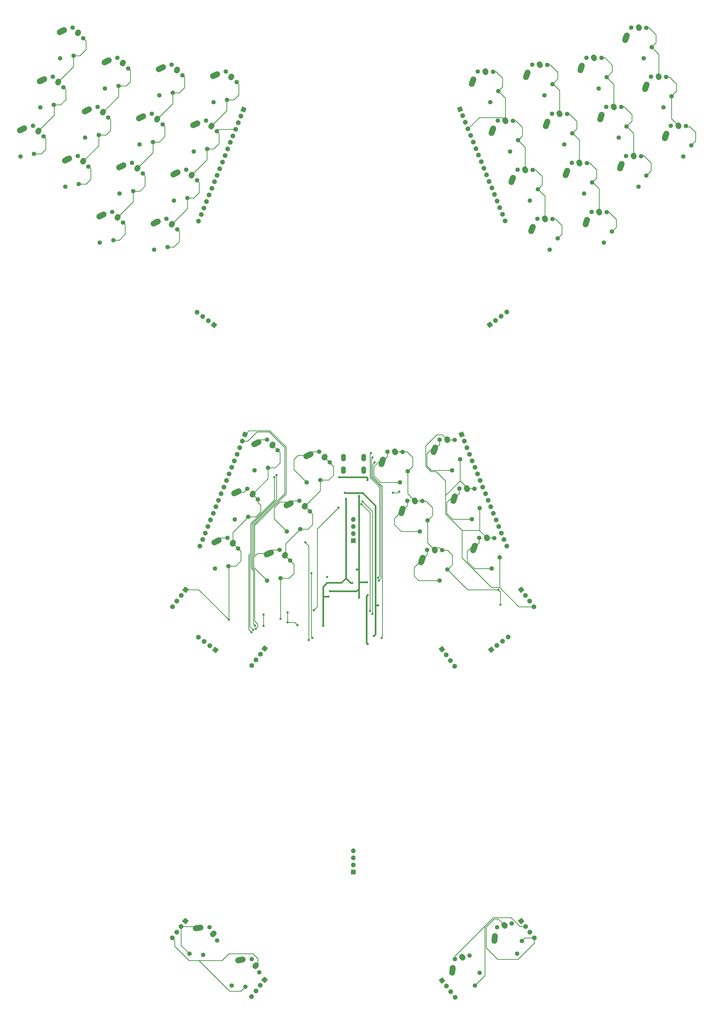
<source format=gbr>
G04 #@! TF.GenerationSoftware,KiCad,Pcbnew,(5.1.4)-1*
G04 #@! TF.CreationDate,2022-01-29T22:37:00-05:00*
G04 #@! TF.ProjectId,ThumbsUpUnsplit,5468756d-6273-4557-9055-6e73706c6974,rev?*
G04 #@! TF.SameCoordinates,Original*
G04 #@! TF.FileFunction,Copper,L1,Top*
G04 #@! TF.FilePolarity,Positive*
%FSLAX46Y46*%
G04 Gerber Fmt 4.6, Leading zero omitted, Abs format (unit mm)*
G04 Created by KiCad (PCBNEW (5.1.4)-1) date 2022-01-29 22:37:00*
%MOMM*%
%LPD*%
G04 APERTURE LIST*
%ADD10C,1.600000*%
%ADD11C,2.100000*%
%ADD12C,2.100000*%
%ADD13C,2.000000*%
%ADD14C,2.000000*%
%ADD15C,1.700000*%
%ADD16C,1.700000*%
%ADD17C,0.100000*%
%ADD18O,1.700000X1.700000*%
%ADD19R,1.700000X1.700000*%
%ADD20O,1.700000X2.700000*%
%ADD21C,0.800000*%
%ADD22C,0.600000*%
%ADD23C,0.250000*%
G04 APERTURE END LIST*
D10*
X62503133Y138367804D03*
X57662612Y137465384D03*
D11*
X58216459Y147245025D03*
D12*
X57453136Y146871077D02*
X58979782Y147618973D01*
D13*
X64068233Y146579447D03*
D14*
X63980873Y146399535D02*
X64155593Y146759359D01*
D10*
X65969676Y144678752D03*
X62120431Y148498872D03*
D15*
X16607985Y110522486D03*
D16*
X16607985Y110522486D02*
X16607985Y110522486D01*
D15*
X18136595Y112551021D03*
D16*
X18136595Y112551021D02*
X18136595Y112551021D01*
D15*
X19665205Y114579555D03*
D16*
X19665205Y114579555D02*
X19665205Y114579555D01*
D15*
X21193815Y116608089D03*
D17*
G36*
X20003432Y116440792D02*
G01*
X21026518Y117798472D01*
X22384198Y116775386D01*
X21361112Y115417706D01*
X20003432Y116440792D01*
X20003432Y116440792D01*
G37*
D15*
X146408015Y110522486D03*
D16*
X146408015Y110522486D02*
X146408015Y110522486D01*
D15*
X144879405Y112551021D03*
D16*
X144879405Y112551021D02*
X144879405Y112551021D01*
D15*
X143350795Y114579555D03*
D16*
X143350795Y114579555D02*
X143350795Y114579555D01*
D15*
X141822185Y116608089D03*
D17*
G36*
X141654888Y115417706D02*
G01*
X140631802Y116775386D01*
X141989482Y117798472D01*
X143012568Y116440792D01*
X141654888Y115417706D01*
X141654888Y115417706D01*
G37*
D15*
X45055985Y89440486D03*
D16*
X45055985Y89440486D02*
X45055985Y89440486D01*
D15*
X46584595Y91469021D03*
D16*
X46584595Y91469021D02*
X46584595Y91469021D01*
D15*
X48113205Y93497555D03*
D16*
X48113205Y93497555D02*
X48113205Y93497555D01*
D15*
X49641815Y95526089D03*
D17*
G36*
X48451432Y95358792D02*
G01*
X49474518Y96716472D01*
X50832198Y95693386D01*
X49809112Y94335706D01*
X48451432Y95358792D01*
X48451432Y95358792D01*
G37*
D15*
X44950475Y-29350553D03*
D16*
X44950475Y-29350553D02*
X44950475Y-29350553D01*
D15*
X46514255Y-27349006D03*
D16*
X46514255Y-27349006D02*
X46514255Y-27349006D01*
D15*
X48078035Y-25347458D03*
D16*
X48078035Y-25347458D02*
X48078035Y-25347458D01*
D15*
X49641815Y-23345911D03*
D17*
G36*
X50834936Y-23199414D02*
G01*
X49788312Y-24539032D01*
X48448694Y-23492408D01*
X49495318Y-22152790D01*
X50834936Y-23199414D01*
X50834936Y-23199414D01*
G37*
D15*
X117960015Y89186486D03*
D16*
X117960015Y89186486D02*
X117960015Y89186486D01*
D15*
X116431405Y91215021D03*
D16*
X116431405Y91215021D02*
X116431405Y91215021D01*
D15*
X114902795Y93243555D03*
D16*
X114902795Y93243555D02*
X114902795Y93243555D01*
D15*
X113374185Y95272089D03*
D17*
G36*
X113206888Y94081706D02*
G01*
X112183802Y95439386D01*
X113541482Y96462472D01*
X114564568Y95104792D01*
X113206888Y94081706D01*
X113206888Y94081706D01*
G37*
D15*
X118065525Y-29604553D03*
D16*
X118065525Y-29604553D02*
X118065525Y-29604553D01*
D15*
X116501745Y-27603006D03*
D16*
X116501745Y-27603006D02*
X116501745Y-27603006D01*
D15*
X114937965Y-25601458D03*
D16*
X114937965Y-25601458D02*
X114937965Y-25601458D01*
D15*
X113374185Y-23599911D03*
D17*
G36*
X113520682Y-22406790D02*
G01*
X114567306Y-23746408D01*
X113227688Y-24793032D01*
X112181064Y-23453414D01*
X113520682Y-22406790D01*
X113520682Y-22406790D01*
G37*
D18*
X81534000Y141812000D03*
X81534000Y139272000D03*
X81534000Y136732000D03*
D19*
X81534000Y134192000D03*
D18*
X81534000Y22940000D03*
X81534000Y20400000D03*
X81534000Y17860000D03*
D19*
X81534000Y15320000D03*
D15*
X25410397Y216167830D03*
D16*
X25410397Y216167830D02*
X25410397Y216167830D01*
D15*
X27438932Y214639220D03*
D16*
X27438932Y214639220D02*
X27438932Y214639220D01*
D15*
X29467466Y213110610D03*
D16*
X29467466Y213110610D02*
X29467466Y213110610D01*
D15*
X31496000Y211582000D03*
D17*
G36*
X31328703Y212772383D02*
G01*
X32686383Y211749297D01*
X31663297Y210391617D01*
X30305617Y211414703D01*
X31328703Y212772383D01*
X31328703Y212772383D01*
G37*
D15*
X25918397Y99581830D03*
D16*
X25918397Y99581830D02*
X25918397Y99581830D01*
D15*
X27946932Y98053220D03*
D16*
X27946932Y98053220D02*
X27946932Y98053220D01*
D15*
X29975466Y96524610D03*
D16*
X29975466Y96524610D02*
X29975466Y96524610D01*
D15*
X32004000Y94996000D03*
D17*
G36*
X32171297Y93805617D02*
G01*
X30813617Y94828703D01*
X31836703Y96186383D01*
X33194383Y95163297D01*
X32171297Y93805617D01*
X32171297Y93805617D01*
G37*
D15*
X136619514Y216258015D03*
D16*
X136619514Y216258015D02*
X136619514Y216258015D01*
D15*
X134590979Y214729405D03*
D16*
X134590979Y214729405D02*
X134590979Y214729405D01*
D15*
X132562445Y213200795D03*
D16*
X132562445Y213200795D02*
X132562445Y213200795D01*
D15*
X130533911Y211672185D03*
D17*
G36*
X131724294Y211504888D02*
G01*
X130366614Y210481802D01*
X129343528Y211839482D01*
X130701208Y212862568D01*
X131724294Y211504888D01*
X131724294Y211504888D01*
G37*
D15*
X137127514Y99672015D03*
D16*
X137127514Y99672015D02*
X137127514Y99672015D01*
D15*
X135098979Y98143405D03*
D16*
X135098979Y98143405D02*
X135098979Y98143405D01*
D15*
X133070445Y96614795D03*
D16*
X133070445Y96614795D02*
X133070445Y96614795D01*
D15*
X131041911Y95086185D03*
D17*
G36*
X129851528Y95253482D02*
G01*
X131209208Y96276568D01*
X132232294Y94918888D01*
X130874614Y93895802D01*
X129851528Y95253482D01*
X129851528Y95253482D01*
G37*
D10*
X115326018Y123860545D03*
X112470913Y119848891D03*
D11*
X106075807Y127268510D03*
D12*
X105786484Y126469265D02*
X106365130Y128067755D01*
D13*
X110747570Y130854717D03*
D14*
X110809705Y130664614D02*
X110685435Y131044820D01*
D10*
X113435688Y130808325D03*
X108013094Y130882379D03*
X27581323Y-14390926D03*
X22672176Y-14009778D03*
D11*
X25738308Y-4706716D03*
D12*
X24904209Y-4870360D02*
X26572407Y-4543072D01*
D13*
X31218424Y-6864166D03*
D14*
X31087476Y-7015337D02*
X31349372Y-6712995D01*
D10*
X32563140Y-9192226D03*
X29833775Y-4506015D03*
X42755397Y-25825411D03*
X37846250Y-25444263D03*
D11*
X40912382Y-16141201D03*
D12*
X40078283Y-16304845D02*
X41746481Y-15977557D01*
D13*
X46392498Y-18298651D03*
D14*
X46261550Y-18449822D02*
X46523446Y-18147480D01*
D10*
X47737214Y-20626711D03*
X45007849Y-15940500D03*
X126889278Y-20830347D03*
X125169750Y-25444263D03*
D11*
X117072214Y-19932636D03*
D12*
X116999610Y-20779530D02*
X117144818Y-19085742D01*
D13*
X120656612Y-15259485D03*
D14*
X120765832Y-15427029D02*
X120547392Y-15091941D01*
D10*
X123265141Y-14608561D03*
X118008151Y-15940500D03*
X142063352Y-9395862D03*
X140343824Y-14009778D03*
D11*
X132246288Y-8498151D03*
D12*
X132173684Y-9345045D02*
X132318892Y-7651257D01*
D13*
X135830686Y-3825000D03*
D14*
X135939906Y-3992544D02*
X135721466Y-3657456D01*
D10*
X138439215Y-3174076D03*
X133182225Y-4506015D03*
D15*
X141822185Y-2263911D03*
D17*
G36*
X141968682Y-1070790D02*
G01*
X143015306Y-2410408D01*
X141675688Y-3457032D01*
X140629064Y-2117414D01*
X141968682Y-1070790D01*
X141968682Y-1070790D01*
G37*
D15*
X143385965Y-4265458D03*
D16*
X143385965Y-4265458D02*
X143385965Y-4265458D01*
D15*
X144949745Y-6267006D03*
D16*
X144949745Y-6267006D02*
X144949745Y-6267006D01*
D15*
X146513525Y-8268553D03*
D16*
X146513525Y-8268553D02*
X146513525Y-8268553D01*
D15*
X120415324Y172261397D03*
D17*
G36*
X120885015Y173367919D02*
G01*
X121521846Y171791706D01*
X119945633Y171154875D01*
X119308802Y172731088D01*
X120885015Y173367919D01*
X120885015Y173367919D01*
G37*
D15*
X121366825Y169906350D03*
D16*
X121366825Y169906350D02*
X121366825Y169906350D01*
D15*
X122318325Y167551303D03*
D16*
X122318325Y167551303D02*
X122318325Y167551303D01*
D15*
X123269826Y165196256D03*
D16*
X123269826Y165196256D02*
X123269826Y165196256D01*
D15*
X124221327Y162841209D03*
D16*
X124221327Y162841209D02*
X124221327Y162841209D01*
D15*
X125172828Y160486162D03*
D16*
X125172828Y160486162D02*
X125172828Y160486162D01*
D15*
X126124328Y158131115D03*
D16*
X126124328Y158131115D02*
X126124328Y158131115D01*
D15*
X127075829Y155776068D03*
D16*
X127075829Y155776068D02*
X127075829Y155776068D01*
D15*
X128027330Y153421021D03*
D16*
X128027330Y153421021D02*
X128027330Y153421021D01*
D15*
X128978831Y151065974D03*
D16*
X128978831Y151065974D02*
X128978831Y151065974D01*
D15*
X129930331Y148710927D03*
D16*
X129930331Y148710927D02*
X129930331Y148710927D01*
D15*
X130881832Y146355880D03*
D16*
X130881832Y146355880D02*
X130881832Y146355880D01*
D15*
X131833333Y144000833D03*
D16*
X131833333Y144000833D02*
X131833333Y144000833D01*
D15*
X132784834Y141645786D03*
D16*
X132784834Y141645786D02*
X132784834Y141645786D01*
D15*
X133736334Y139290739D03*
D16*
X133736334Y139290739D02*
X133736334Y139290739D01*
D15*
X134687835Y136935692D03*
D16*
X134687835Y136935692D02*
X134687835Y136935692D01*
D15*
X135639336Y134580645D03*
D16*
X135639336Y134580645D02*
X135639336Y134580645D01*
D15*
X136590837Y132225598D03*
D16*
X136590837Y132225598D02*
X136590837Y132225598D01*
D15*
X42600676Y172261397D03*
D17*
G36*
X43707198Y172731088D02*
G01*
X43070367Y171154875D01*
X41494154Y171791706D01*
X42130985Y173367919D01*
X43707198Y172731088D01*
X43707198Y172731088D01*
G37*
D15*
X41649175Y169906350D03*
D16*
X41649175Y169906350D02*
X41649175Y169906350D01*
D15*
X40697675Y167551303D03*
D16*
X40697675Y167551303D02*
X40697675Y167551303D01*
D15*
X39746174Y165196256D03*
D16*
X39746174Y165196256D02*
X39746174Y165196256D01*
D15*
X38794673Y162841209D03*
D16*
X38794673Y162841209D02*
X38794673Y162841209D01*
D15*
X37843172Y160486162D03*
D16*
X37843172Y160486162D02*
X37843172Y160486162D01*
D15*
X36891672Y158131115D03*
D16*
X36891672Y158131115D02*
X36891672Y158131115D01*
D15*
X35940171Y155776068D03*
D16*
X35940171Y155776068D02*
X35940171Y155776068D01*
D15*
X34988670Y153421021D03*
D16*
X34988670Y153421021D02*
X34988670Y153421021D01*
D15*
X34037169Y151065974D03*
D16*
X34037169Y151065974D02*
X34037169Y151065974D01*
D15*
X33085669Y148710927D03*
D16*
X33085669Y148710927D02*
X33085669Y148710927D01*
D15*
X32134168Y146355880D03*
D16*
X32134168Y146355880D02*
X32134168Y146355880D01*
D15*
X31182667Y144000833D03*
D16*
X31182667Y144000833D02*
X31182667Y144000833D01*
D15*
X30231166Y141645786D03*
D16*
X30231166Y141645786D02*
X30231166Y141645786D01*
D15*
X29279666Y139290739D03*
D16*
X29279666Y139290739D02*
X29279666Y139290739D01*
D15*
X28328165Y136935692D03*
D16*
X28328165Y136935692D02*
X28328165Y136935692D01*
D15*
X27376664Y134580645D03*
D16*
X27376664Y134580645D02*
X27376664Y134580645D01*
D15*
X26425163Y132225598D03*
D16*
X26425163Y132225598D02*
X26425163Y132225598D01*
D15*
X21193815Y-2263911D03*
D17*
G36*
X22386936Y-2117414D02*
G01*
X21340312Y-3457032D01*
X20000694Y-2410408D01*
X21047318Y-1070790D01*
X22386936Y-2117414D01*
X22386936Y-2117414D01*
G37*
D15*
X19630035Y-4265458D03*
D16*
X19630035Y-4265458D02*
X19630035Y-4265458D01*
D15*
X18066255Y-6267006D03*
D16*
X18066255Y-6267006D02*
X18066255Y-6267006D01*
D15*
X16502475Y-8268553D03*
D16*
X16502475Y-8268553D02*
X16502475Y-8268553D01*
D10*
X50880346Y160320271D03*
X46039825Y159417851D03*
D11*
X46593672Y169197492D03*
D12*
X45830349Y168823544D02*
X47356995Y169571440D01*
D13*
X52445446Y168531914D03*
D14*
X52358086Y168352002D02*
X52532806Y168711826D01*
D10*
X54346889Y166631219D03*
X50497644Y170451339D03*
X69620659Y155984298D03*
X64780138Y155081878D03*
D11*
X65333985Y164861519D03*
D12*
X64570662Y164487571D02*
X66097308Y165235467D01*
D13*
X71185759Y164195941D03*
D14*
X71098399Y164016029D02*
X71273119Y164375853D01*
D10*
X73087202Y162295246D03*
X69237957Y166115366D03*
X36645295Y125087285D03*
X31804774Y124184865D03*
D11*
X32358621Y133964506D03*
D12*
X31595298Y133590558D02*
X33121944Y134338454D01*
D13*
X38210395Y133298928D03*
D14*
X38123035Y133119016D02*
X38297755Y133478840D01*
D10*
X40111838Y131398233D03*
X36262593Y135218353D03*
X55385608Y120751311D03*
X50545087Y119848891D03*
D11*
X51098934Y129628532D03*
D12*
X50335611Y129254584D02*
X51862257Y130002480D01*
D13*
X56950708Y128962954D03*
D14*
X56863348Y128783042D02*
X57038068Y129142866D01*
D10*
X58852151Y127062259D03*
X55002906Y130882379D03*
X43762820Y142703778D03*
X38922299Y141801358D03*
D11*
X39476146Y151580999D03*
D12*
X38712823Y151207051D02*
X40239469Y151954947D01*
D13*
X45327920Y150915421D03*
D14*
X45240560Y150735509D02*
X45415280Y151095333D01*
D10*
X47229363Y149014726D03*
X43380118Y152834846D03*
X108208493Y141477038D03*
X105353388Y137465384D03*
D11*
X98958282Y144885003D03*
D12*
X98668959Y144085758D02*
X99247605Y145684248D01*
D13*
X103630045Y148471210D03*
D14*
X103692180Y148281107D02*
X103567910Y148661313D01*
D10*
X106318163Y148424818D03*
X100895569Y148498872D03*
X119831280Y163429505D03*
X116976175Y159417851D03*
D11*
X110581069Y166837470D03*
D12*
X110291746Y166038225D02*
X110870392Y167636715D01*
D13*
X115252832Y170423677D03*
D14*
X115314967Y170233574D02*
X115190697Y170613780D01*
D10*
X117940950Y170377285D03*
X112518356Y170451339D03*
X126918088Y145889041D03*
X124062983Y141877387D03*
D11*
X117667877Y149297006D03*
D12*
X117378554Y148497761D02*
X117957200Y150096251D01*
D13*
X122339640Y152883213D03*
D14*
X122401775Y152693110D02*
X122277505Y153073316D01*
D10*
X125027758Y152836821D03*
X119605164Y152910875D03*
X134066331Y128196519D03*
X131211226Y124184865D03*
D11*
X124816120Y131604484D03*
D12*
X124526797Y130805239D02*
X125105443Y132403729D01*
D13*
X129487883Y135190691D03*
D14*
X129550018Y135000588D02*
X129425748Y135380794D01*
D10*
X132176001Y135144299D03*
X126753407Y135218353D03*
X101090967Y159093532D03*
X98235862Y155081878D03*
D11*
X91840756Y162501497D03*
D12*
X91551433Y161702252D02*
X92130079Y163300742D01*
D13*
X96512519Y166087704D03*
D14*
X96574654Y165897601D02*
X96450384Y166277807D01*
D10*
X99200637Y166041312D03*
X93778043Y166115366D03*
D20*
X77922000Y164012000D03*
X85222000Y164012000D03*
X85222000Y159512000D03*
X77922000Y159512000D03*
D10*
X195587560Y283056006D03*
X201010154Y282981952D03*
D13*
X198322036Y283028344D03*
D14*
X198384171Y282838241D02*
X198259901Y283218447D01*
D11*
X193650273Y279442137D03*
D12*
X193360950Y278642892D02*
X193939596Y280241382D01*
D10*
X200045379Y272022518D03*
X202900484Y276034172D03*
X188470035Y300672499D03*
X193892629Y300598445D03*
D13*
X191204511Y300644837D03*
D14*
X191266646Y300454734D02*
X191142376Y300834940D01*
D11*
X186532748Y297058630D03*
D12*
X186243425Y296259385D02*
X186822071Y297857875D01*
D10*
X192927854Y289639011D03*
X195782959Y293650665D03*
X181352509Y318288992D03*
X186775103Y318214938D03*
D13*
X184086985Y318261330D03*
D14*
X184149120Y318071227D02*
X184024850Y318451433D01*
D11*
X179415222Y314675123D03*
D12*
X179125899Y313875878D02*
X179704545Y315474368D01*
D10*
X185810328Y307255504D03*
X188665433Y311267158D03*
X179469493Y272229745D03*
X184892087Y272155691D03*
D13*
X182203969Y272202083D03*
D14*
X182266104Y272011980D02*
X182141834Y272392186D01*
D11*
X177532206Y268615876D03*
D12*
X177242883Y267816631D02*
X177821529Y269415121D01*
D10*
X183927312Y261196257D03*
X186782417Y265207911D03*
X172351968Y289846238D03*
X177774562Y289772184D03*
D13*
X175086444Y289818576D03*
D14*
X175148579Y289628473D02*
X175024309Y290008679D01*
D11*
X170414681Y286232369D03*
D12*
X170125358Y285433124D02*
X170704004Y287031614D01*
D10*
X176809787Y278812750D03*
X179664892Y282824404D03*
X165234443Y307462731D03*
X170657037Y307388677D03*
D13*
X167968919Y307435069D03*
D14*
X168031054Y307244966D02*
X167906784Y307625172D01*
D11*
X163297156Y303848862D03*
D12*
X163007833Y303049617D02*
X163586479Y304648107D01*
D10*
X169692262Y296429243D03*
X172547367Y300440897D03*
X174410416Y245109812D03*
X171555311Y241098158D03*
D11*
X165160205Y248517777D03*
D12*
X164870882Y247718532D02*
X165449528Y249317022D01*
D13*
X169831968Y252103984D03*
D14*
X169894103Y251913881D02*
X169769833Y252294087D01*
D10*
X172520086Y252057592D03*
X167097492Y252131646D03*
X159979967Y269748139D03*
X165402561Y269674085D03*
D13*
X162714443Y269720477D03*
D14*
X162776578Y269530374D02*
X162652308Y269910580D01*
D11*
X158042680Y266134270D03*
D12*
X157753357Y265335025D02*
X158332003Y266933515D01*
D10*
X164437786Y258714651D03*
X167292891Y262726305D03*
X152862442Y287364632D03*
X158285036Y287290578D03*
D13*
X155596918Y287336970D03*
D14*
X155659053Y287146867D02*
X155534783Y287527073D01*
D11*
X150925155Y283750763D03*
D12*
X150635832Y282951518D02*
X151214478Y284550008D01*
D10*
X157320261Y276331144D03*
X160175366Y280342798D03*
X145744916Y304981125D03*
X151167510Y304907071D03*
D13*
X148479392Y304953463D03*
D14*
X148541527Y304763360D02*
X148417257Y305143566D01*
D11*
X143807629Y301367256D03*
D12*
X143518306Y300568011D02*
X144096952Y302166501D01*
D10*
X150202735Y293947637D03*
X153057840Y297959291D03*
X147607966Y249650040D03*
X153030560Y249575986D03*
D13*
X150342442Y249622378D03*
D14*
X150404577Y249432275D02*
X150280307Y249812481D01*
D11*
X145670679Y246036171D03*
D12*
X145381356Y245236926D02*
X145960002Y246835416D01*
D10*
X152065785Y238616552D03*
X154920890Y242628206D03*
X140490441Y267266533D03*
X145913035Y267192479D03*
D13*
X143224917Y267238871D03*
D14*
X143287052Y267048768D02*
X143162782Y267428974D01*
D11*
X138553154Y263652664D03*
D12*
X138263831Y262853419D02*
X138842477Y264451909D01*
D10*
X144948260Y256233045D03*
X147803365Y260244699D03*
X133372915Y284883026D03*
X138795509Y284808972D03*
D13*
X136107391Y284855364D03*
D14*
X136169526Y284665261D02*
X136045256Y285045467D01*
D11*
X131435628Y281269157D03*
D12*
X131146305Y280469912D02*
X131724951Y282068402D01*
D10*
X137830734Y273849538D03*
X140685839Y277861192D03*
X126255390Y302499519D03*
X131677984Y302425465D03*
D13*
X128989866Y302471857D03*
D14*
X129052001Y302281754D02*
X128927731Y302661960D01*
D11*
X124318103Y298885650D03*
D12*
X124028780Y298086405D02*
X124607426Y299684895D01*
D10*
X130713209Y291466031D03*
X133568314Y295477685D03*
X14392034Y249650040D03*
X18241279Y245829920D03*
D13*
X16339836Y247730615D03*
D14*
X16252476Y247550703D02*
X16427196Y247910527D01*
D11*
X10488062Y248396193D03*
D12*
X9724739Y248022245D02*
X11251385Y248770141D01*
D10*
X9934215Y238616552D03*
X14774736Y239518972D03*
X21509559Y267266533D03*
X25358804Y263446413D03*
D13*
X23457361Y265347108D03*
D14*
X23370001Y265167196D02*
X23544721Y265527020D01*
D11*
X17605587Y266012686D03*
D12*
X16842264Y265638738D02*
X18368910Y266386634D01*
D10*
X17051740Y256233045D03*
X21892261Y257135465D03*
X28627085Y284883026D03*
X32476330Y281062906D03*
D13*
X30574887Y282963601D03*
D14*
X30487527Y282783689D02*
X30662247Y283143513D01*
D11*
X24723113Y283629179D03*
D12*
X23959790Y283255231D02*
X25486436Y284003127D01*
D10*
X24169266Y273849538D03*
X29009787Y274751958D03*
X35744610Y302499519D03*
X39593855Y298679399D03*
D13*
X37692412Y300580094D03*
D14*
X37605052Y300400182D02*
X37779772Y300760006D01*
D11*
X31840638Y301245672D03*
D12*
X31077315Y300871724D02*
X32603961Y301619620D01*
D10*
X31286791Y291466031D03*
X36127312Y292368451D03*
X-5097492Y252131646D03*
X-1248247Y248311526D03*
D13*
X-3149690Y250212221D03*
D14*
X-3237050Y250032309D02*
X-3062330Y250392133D01*
D11*
X-9001464Y250877799D03*
D12*
X-9764787Y250503851D02*
X-8238141Y251251747D01*
D10*
X-9555311Y241098158D03*
X-4714790Y242000578D03*
X2020033Y269748139D03*
X5869278Y265928019D03*
D13*
X3967835Y267828714D03*
D14*
X3880475Y267648802D02*
X4055195Y268008626D01*
D11*
X-1883939Y268494292D03*
D12*
X-2647262Y268120344D02*
X-1120616Y268868240D01*
D10*
X-2437786Y258714651D03*
X2402735Y259617071D03*
X9137558Y287364632D03*
X12986803Y283544512D03*
D13*
X11085360Y285445207D03*
D14*
X10998000Y285265295D02*
X11172720Y285625119D01*
D11*
X5233586Y286110785D03*
D12*
X4470263Y285736837D02*
X5996909Y286484733D01*
D10*
X4679739Y276331144D03*
X9520260Y277233564D03*
X16255084Y304981125D03*
X20104329Y301161005D03*
D13*
X18202886Y303061700D03*
D14*
X18115526Y302881788D02*
X18290246Y303241612D01*
D11*
X12351112Y303727278D03*
D12*
X11587789Y303353330D02*
X13114435Y304101226D01*
D10*
X11797265Y293947637D03*
X16637786Y294850057D03*
X-17469493Y272229745D03*
X-13620248Y268409625D03*
D13*
X-15521691Y270310320D03*
D14*
X-15609051Y270130408D02*
X-15434331Y270490232D01*
D11*
X-21373465Y270975898D03*
D12*
X-22136788Y270601950D02*
X-20610142Y271349846D01*
D10*
X-21927312Y261196257D03*
X-17086791Y262098677D03*
X-10351968Y289846238D03*
X-6502723Y286026118D03*
D13*
X-8404166Y287926813D03*
D14*
X-8491526Y287746901D02*
X-8316806Y288106725D01*
D11*
X-14255940Y288592391D03*
D12*
X-15019263Y288218443D02*
X-13492617Y288966339D01*
D10*
X-14809787Y278812750D03*
X-9969266Y279715170D03*
X-3234443Y307462731D03*
X614802Y303642611D03*
D13*
X-1286641Y305543306D03*
D14*
X-1374001Y305363394D02*
X-1199281Y305723218D01*
D11*
X-7138415Y306208884D03*
D12*
X-7901738Y305834936D02*
X-6375092Y306582832D01*
D10*
X-7692262Y296429243D03*
X-2851741Y297331663D03*
X-33587560Y283056006D03*
X-29738315Y279235886D03*
D13*
X-31639758Y281136581D03*
D14*
X-31727118Y280956669D02*
X-31552398Y281316493D01*
D11*
X-37491532Y281802159D03*
D12*
X-38254855Y281428211D02*
X-36728209Y282176107D01*
D10*
X-38045379Y272022518D03*
X-33204858Y272924938D03*
X-26470035Y300672499D03*
X-22620790Y296852379D03*
D13*
X-24522233Y298753074D03*
D14*
X-24609593Y298573162D02*
X-24434873Y298932986D01*
D11*
X-30374007Y299418652D03*
D12*
X-31137330Y299044704D02*
X-29610684Y299792600D01*
D10*
X-30927854Y289639011D03*
X-26087333Y290541431D03*
X-19352509Y318288992D03*
X-15503264Y314468872D03*
D13*
X-17404707Y316369567D03*
D14*
X-17492067Y316189655D02*
X-17317347Y316549479D01*
D11*
X-23256481Y317035145D03*
D12*
X-24019804Y316661197D02*
X-22493158Y317409093D01*
D10*
X-23810328Y307255504D03*
X-18969807Y308157924D03*
D15*
X136022900Y248959947D03*
D16*
X136022900Y248959947D02*
X136022900Y248959947D01*
D15*
X135071399Y251314994D03*
D16*
X135071399Y251314994D02*
X135071399Y251314994D01*
D15*
X134119898Y253670041D03*
D16*
X134119898Y253670041D02*
X134119898Y253670041D01*
D15*
X133168397Y256025088D03*
D16*
X133168397Y256025088D02*
X133168397Y256025088D01*
D15*
X132216897Y258380135D03*
D16*
X132216897Y258380135D02*
X132216897Y258380135D01*
D15*
X131265396Y260735182D03*
D16*
X131265396Y260735182D02*
X131265396Y260735182D01*
D15*
X130313895Y263090229D03*
D16*
X130313895Y263090229D02*
X130313895Y263090229D01*
D15*
X129362394Y265445276D03*
D16*
X129362394Y265445276D02*
X129362394Y265445276D01*
D15*
X128410894Y267800323D03*
D16*
X128410894Y267800323D02*
X128410894Y267800323D01*
D15*
X127459393Y270155370D03*
D16*
X127459393Y270155370D02*
X127459393Y270155370D01*
D15*
X126507892Y272510417D03*
D16*
X126507892Y272510417D02*
X126507892Y272510417D01*
D15*
X125556391Y274865464D03*
D16*
X125556391Y274865464D02*
X125556391Y274865464D01*
D15*
X124604891Y277220511D03*
D16*
X124604891Y277220511D02*
X124604891Y277220511D01*
D15*
X123653390Y279575558D03*
D16*
X123653390Y279575558D02*
X123653390Y279575558D01*
D15*
X122701889Y281930605D03*
D16*
X122701889Y281930605D02*
X122701889Y281930605D01*
D15*
X121750388Y284285652D03*
D16*
X121750388Y284285652D02*
X121750388Y284285652D01*
D15*
X120798888Y286640699D03*
D16*
X120798888Y286640699D02*
X120798888Y286640699D01*
D15*
X119847387Y288995746D03*
D17*
G36*
X119377696Y287889224D02*
G01*
X118740865Y289465437D01*
X120317078Y290102268D01*
X120953909Y288526055D01*
X119377696Y287889224D01*
X119377696Y287889224D01*
G37*
D15*
X25917163Y248811598D03*
D16*
X25917163Y248811598D02*
X25917163Y248811598D01*
D15*
X26868664Y251166645D03*
D16*
X26868664Y251166645D02*
X26868664Y251166645D01*
D15*
X27820165Y253521692D03*
D16*
X27820165Y253521692D02*
X27820165Y253521692D01*
D15*
X28771666Y255876739D03*
D16*
X28771666Y255876739D02*
X28771666Y255876739D01*
D15*
X29723166Y258231786D03*
D16*
X29723166Y258231786D02*
X29723166Y258231786D01*
D15*
X30674667Y260586833D03*
D16*
X30674667Y260586833D02*
X30674667Y260586833D01*
D15*
X31626168Y262941880D03*
D16*
X31626168Y262941880D02*
X31626168Y262941880D01*
D15*
X32577669Y265296927D03*
D16*
X32577669Y265296927D02*
X32577669Y265296927D01*
D15*
X33529169Y267651974D03*
D16*
X33529169Y267651974D02*
X33529169Y267651974D01*
D15*
X34480670Y270007021D03*
D16*
X34480670Y270007021D02*
X34480670Y270007021D01*
D15*
X35432171Y272362068D03*
D16*
X35432171Y272362068D02*
X35432171Y272362068D01*
D15*
X36383672Y274717115D03*
D16*
X36383672Y274717115D02*
X36383672Y274717115D01*
D15*
X37335172Y277072162D03*
D16*
X37335172Y277072162D02*
X37335172Y277072162D01*
D15*
X38286673Y279427209D03*
D16*
X38286673Y279427209D02*
X38286673Y279427209D01*
D15*
X39238174Y281782256D03*
D16*
X39238174Y281782256D02*
X39238174Y281782256D01*
D15*
X40189675Y284137303D03*
D16*
X40189675Y284137303D02*
X40189675Y284137303D01*
D15*
X41141175Y286492350D03*
D16*
X41141175Y286492350D02*
X41141175Y286492350D01*
D15*
X42092676Y288847397D03*
D17*
G36*
X40986154Y288377706D02*
G01*
X41622985Y289953919D01*
X43199198Y289317088D01*
X42562367Y287740875D01*
X40986154Y288377706D01*
X40986154Y288377706D01*
G37*
D21*
X83505750Y150176750D03*
X83566000Y113792000D03*
X73152000Y116078000D03*
X86614000Y155956000D03*
X76454000Y156972000D03*
X72136000Y121158000D03*
X82804002Y123879065D03*
X86420250Y119319750D03*
X86680750Y97090750D03*
X86680750Y97090750D03*
X86680750Y114616750D03*
X70643750Y103659750D03*
X72504250Y114156250D03*
X81092750Y119061750D03*
X78884124Y149210376D03*
X88900000Y100012500D03*
X84902750Y151256250D03*
X78486000Y151384000D03*
X90424000Y110998000D03*
X65532000Y98552000D03*
X65532000Y98552000D03*
X64262000Y133604000D03*
X66802000Y99314000D03*
X66402001Y122536001D03*
X61463347Y103890653D03*
X57912014Y104902000D03*
X57912014Y108457986D03*
X49276000Y103632000D03*
X49276004Y107696000D03*
X44958000Y101346000D03*
X53144926Y157008990D03*
X45512700Y102178064D03*
X53911851Y157770990D03*
X46228000Y103689677D03*
X46442681Y102576681D03*
X36830000Y105791000D03*
X36830000Y105791000D03*
X55372000Y106172008D03*
X133581911Y116608089D03*
X134366000Y111252000D03*
X67310000Y109220000D03*
X76200000Y146050000D03*
X95757996Y151384000D03*
X97982671Y151821351D03*
X91667499Y99287499D03*
X89142668Y162301347D03*
X90678000Y119888000D03*
X88375864Y164101195D03*
X90428660Y120908660D03*
X87884000Y165607994D03*
X84405750Y147342717D03*
X87493296Y108968448D03*
X84775750Y148271750D03*
X88392000Y107950000D03*
D22*
X83505750Y113852250D02*
X83566000Y113792000D01*
X82683500Y116078000D02*
X83505750Y116900250D01*
X73152000Y116078000D02*
X82683500Y116078000D01*
X83505750Y116900250D02*
X83505750Y113852250D01*
X86614000Y155956000D02*
X86614000Y156718000D01*
X86614000Y156718000D02*
X86360000Y156972000D01*
X86360000Y156972000D02*
X76454000Y156972000D01*
X83505750Y150176750D02*
X83505750Y124012250D01*
X83505750Y119319750D02*
X84521750Y119319750D01*
X83505750Y119319750D02*
X83505750Y116900250D01*
X83505750Y124012250D02*
X83505750Y119319750D01*
X84521750Y119319750D02*
X86420250Y119319750D01*
X83369687Y123879065D02*
X82804002Y123879065D01*
X83505750Y124012250D02*
X83372565Y123879065D01*
X83372565Y123879065D02*
X83369687Y123879065D01*
X70885250Y114156250D02*
X70643750Y114397750D01*
X72504250Y114156250D02*
X70885250Y114156250D01*
X70643750Y103659750D02*
X70643750Y114397750D01*
X80527065Y119061750D02*
X81092750Y119061750D01*
X78884124Y149210376D02*
X78884124Y120704691D01*
X78884124Y120704691D02*
X80527065Y119061750D01*
X77305433Y119126000D02*
X78884124Y120704691D01*
X72136000Y119126000D02*
X77305433Y119126000D01*
X70643750Y114397750D02*
X70643750Y117633750D01*
X70643750Y117633750D02*
X72136000Y119126000D01*
X86593294Y114529294D02*
X86680750Y114616750D01*
X86680750Y97090750D02*
X86280751Y97490749D01*
X86280751Y114216751D02*
X86593294Y114529294D01*
X86280751Y97490749D02*
X86280751Y114216751D01*
X89474750Y146684250D02*
X84902750Y151256250D01*
X88900000Y100012500D02*
X89474750Y100587250D01*
X84902750Y151256250D02*
X78613750Y151256250D01*
X78613750Y151256250D02*
X78486000Y151384000D01*
X89541500Y110998000D02*
X89474750Y111064750D01*
X90424000Y110998000D02*
X89541500Y110998000D01*
X89474750Y100587250D02*
X89474750Y111064750D01*
X89474750Y111064750D02*
X89474750Y146684250D01*
D23*
X65532000Y98552000D02*
X65532000Y132080000D01*
X65532000Y132080000D02*
X65532000Y132334000D01*
X65532000Y132334000D02*
X64262000Y133604000D01*
X66402001Y99713999D02*
X66402001Y122536001D01*
X66802000Y99314000D02*
X66402001Y99713999D01*
X60452000Y104902000D02*
X58477699Y104902000D01*
X58477699Y104902000D02*
X57912014Y104902000D01*
X61463347Y103890653D02*
X60452000Y104902000D01*
X57912014Y104902000D02*
X57912014Y108457986D01*
X49276000Y103632000D02*
X49276000Y107695996D01*
X49276000Y107695996D02*
X49276004Y107696000D01*
X47847519Y170451339D02*
X46593672Y169197492D01*
X50497644Y170451339D02*
X47847519Y170451339D01*
X42126271Y151580999D02*
X39476146Y151580999D01*
X43380118Y152834846D02*
X42126271Y151580999D01*
X33612468Y135218353D02*
X32358621Y133964506D01*
X36262593Y135218353D02*
X33612468Y135218353D01*
X66587832Y166115366D02*
X65333985Y164861519D01*
X69237957Y166115366D02*
X66587832Y166115366D01*
X63493080Y164861519D02*
X65333985Y164861519D01*
X61737519Y164861519D02*
X63493080Y164861519D01*
X60198000Y163322000D02*
X61737519Y164861519D01*
X64780138Y155081878D02*
X60198000Y159664016D01*
X60198000Y159664016D02*
X60198000Y163322000D01*
X59470306Y148498872D02*
X58216459Y147245025D01*
X62120431Y148498872D02*
X59470306Y148498872D01*
X56862613Y138265383D02*
X57662612Y137465384D01*
X55136508Y148100508D02*
X53086000Y146050000D01*
X53086000Y142041996D02*
X56862613Y138265383D01*
X58216459Y147245025D02*
X57360976Y148100508D01*
X53086000Y146050000D02*
X53086000Y142041996D01*
X57360976Y148100508D02*
X55136508Y148100508D01*
X52352781Y130882379D02*
X51098934Y129628532D01*
X55002906Y130882379D02*
X52352781Y130882379D01*
X49745088Y120648890D02*
X50545087Y119848891D01*
X45720000Y128270000D02*
X45720000Y124673978D01*
X47078532Y129628532D02*
X45720000Y128270000D01*
X51098934Y129628532D02*
X47078532Y129628532D01*
X45720000Y124673978D02*
X49745088Y120648890D01*
X93778043Y164438784D02*
X91840756Y162501497D01*
X93778043Y166115366D02*
X93778043Y164438784D01*
X97104492Y155081878D02*
X98235862Y155081878D01*
X91298122Y155081878D02*
X97104492Y155081878D01*
X88900000Y157480000D02*
X91298122Y155081878D01*
X88900000Y160777419D02*
X88900000Y157480000D01*
X91840756Y162501497D02*
X90624078Y162501497D01*
X90624078Y162501497D02*
X88900000Y160777419D01*
X100895569Y146822290D02*
X98958282Y144885003D01*
X100895569Y148498872D02*
X100895569Y146822290D01*
X97648977Y143575698D02*
X98958282Y144885003D01*
X96266000Y142192721D02*
X97648977Y143575698D01*
X96266000Y139954000D02*
X96266000Y142192721D01*
X105353388Y137465384D02*
X98754616Y137465384D01*
X98754616Y137465384D02*
X96266000Y139954000D01*
X108013094Y129205797D02*
X106075807Y127268510D01*
X108013094Y130882379D02*
X108013094Y129205797D01*
X104931312Y119848891D02*
X112470913Y119848891D01*
X103378000Y121402203D02*
X104931312Y119848891D01*
X106075807Y127268510D02*
X103378000Y124570703D01*
X103378000Y124570703D02*
X103378000Y121402203D01*
X112518356Y168774757D02*
X110581069Y166837470D01*
X112518356Y170451339D02*
X112518356Y168774757D01*
X109568149Y159417851D02*
X115844805Y159417851D01*
X107950000Y161036000D02*
X109568149Y159417851D01*
X107950000Y165423079D02*
X107950000Y161036000D01*
X109364391Y166837470D02*
X107950000Y165423079D01*
X110581069Y166837470D02*
X109364391Y166837470D01*
X115844805Y159417851D02*
X116976175Y159417851D01*
X119605164Y151234293D02*
X117667877Y149297006D01*
X119605164Y152910875D02*
X119605164Y151234293D01*
X122931613Y141877387D02*
X124062983Y141877387D01*
X117202613Y141877387D02*
X122931613Y141877387D01*
X115062000Y144018000D02*
X117202613Y141877387D01*
X115062000Y147907807D02*
X115062000Y144018000D01*
X117667877Y149297006D02*
X116451199Y149297006D01*
X116451199Y149297006D02*
X115062000Y147907807D01*
X126753407Y133541771D02*
X124816120Y131604484D01*
X126753407Y135218353D02*
X126753407Y133541771D01*
X130079856Y124184865D02*
X131211226Y124184865D01*
X124989135Y124184865D02*
X130079856Y124184865D01*
X122428000Y126746000D02*
X124989135Y124184865D01*
X122428000Y130433042D02*
X122428000Y126746000D01*
X124816120Y131604484D02*
X123599442Y131604484D01*
X123599442Y131604484D02*
X122428000Y130433042D01*
X21892261Y253283040D02*
X21892261Y257135465D01*
X16339836Y247730615D02*
X21892261Y253283040D01*
X19041278Y245029921D02*
X18241279Y245829920D01*
X19041278Y241545278D02*
X19041278Y245029921D01*
X14774736Y239518972D02*
X17014972Y239518972D01*
X17014972Y239518972D02*
X19041278Y241545278D01*
X26158803Y262646414D02*
X25358804Y263446413D01*
X26158803Y259076803D02*
X26158803Y262646414D01*
X21892261Y257135465D02*
X24217465Y257135465D01*
X24217465Y257135465D02*
X26158803Y259076803D01*
X28956000Y274698171D02*
X29009787Y274751958D01*
X23457361Y265347108D02*
X28956000Y270845747D01*
X28956000Y270845747D02*
X28956000Y274698171D01*
X33276329Y280262907D02*
X32476330Y281062906D01*
X33276329Y276608329D02*
X33276329Y280262907D01*
X29009787Y274751958D02*
X31419958Y274751958D01*
X31419958Y274751958D02*
X33276329Y276608329D01*
X40393854Y297879400D02*
X39593855Y298679399D01*
X40393854Y294139854D02*
X40393854Y297879400D01*
X36127312Y292368451D02*
X38622451Y292368451D01*
X38622451Y292368451D02*
X40393854Y294139854D01*
X36068000Y292309139D02*
X36127312Y292368451D01*
X30574887Y282963601D02*
X36068000Y288456714D01*
X36068000Y288456714D02*
X36068000Y292309139D01*
X33195680Y281782256D02*
X32476330Y281062906D01*
X39238174Y281782256D02*
X33195680Y281782256D01*
X2402735Y255764646D02*
X2402735Y259617071D01*
X-3149690Y250212221D02*
X2402735Y255764646D01*
X9520260Y273381139D02*
X9520260Y277233564D01*
X3967835Y267828714D02*
X9520260Y273381139D01*
X16637786Y290997633D02*
X16637786Y294850057D01*
X11085360Y285445207D02*
X16637786Y290997633D01*
X13786802Y282744513D02*
X12986803Y283544512D01*
X13786802Y279216802D02*
X13786802Y282744513D01*
X9520260Y277233564D02*
X11803564Y277233564D01*
X11803564Y277233564D02*
X13786802Y279216802D01*
X20904328Y300361006D02*
X20104329Y301161005D01*
X20904328Y296748328D02*
X20904328Y300361006D01*
X16637786Y294850057D02*
X19006057Y294850057D01*
X19006057Y294850057D02*
X20904328Y296748328D01*
X6669277Y265128020D02*
X5869278Y265928019D01*
X6669277Y261431277D02*
X6669277Y265128020D01*
X2402735Y259617071D02*
X4855071Y259617071D01*
X4855071Y259617071D02*
X6669277Y261431277D01*
X-448248Y247511527D02*
X-1248247Y248311526D01*
X-448248Y244153752D02*
X-448248Y247511527D01*
X-4714790Y242000578D02*
X-2601422Y242000578D01*
X-2601422Y242000578D02*
X-448248Y244153752D01*
X-9969266Y275862745D02*
X-9969266Y279715170D01*
X-15521691Y270310320D02*
X-9969266Y275862745D01*
X-2851741Y293479238D02*
X-2851741Y297331663D01*
X-8404166Y287926813D02*
X-2851741Y293479238D01*
X-5702724Y285226119D02*
X-6502723Y286026118D01*
X-5702724Y281317276D02*
X-5702724Y285226119D01*
X-9969266Y279715170D02*
X-7304830Y279715170D01*
X-7304830Y279715170D02*
X-5702724Y281317276D01*
X-12820249Y267609626D02*
X-13620248Y268409625D01*
X-12820249Y263785751D02*
X-12820249Y267609626D01*
X-17086791Y262098677D02*
X-14507323Y262098677D01*
X-14507323Y262098677D02*
X-12820249Y263785751D01*
X1414801Y302842612D02*
X614802Y303642611D01*
X1414801Y298848801D02*
X1414801Y302842612D01*
X-2851741Y297331663D02*
X-102337Y297331663D01*
X-102337Y297331663D02*
X1414801Y298848801D01*
X-18969807Y304305500D02*
X-18969807Y308157924D01*
X-24522233Y298753074D02*
X-18969807Y304305500D01*
X-28938316Y278435887D02*
X-29738315Y279235886D01*
X-28938316Y274591684D02*
X-28938316Y278435887D01*
X-33204858Y272924938D02*
X-30605062Y272924938D01*
X-30605062Y272924938D02*
X-28938316Y274591684D01*
X-21820791Y296052380D02*
X-22620790Y296852379D01*
X-21820791Y292377209D02*
X-21820791Y296052380D01*
X-26087333Y290541431D02*
X-23656569Y290541431D01*
X-23656569Y290541431D02*
X-21820791Y292377209D01*
X-25908000Y290362098D02*
X-26087333Y290541431D01*
X-31639758Y281136581D02*
X-25908000Y286868339D01*
X-25908000Y286868339D02*
X-25908000Y290362098D01*
X-15503264Y314461264D02*
X-15503264Y314468872D01*
X-14478000Y313436000D02*
X-15503264Y314461264D01*
X-14478000Y310388000D02*
X-14478000Y313436000D01*
X-18969807Y308157924D02*
X-16708076Y308157924D01*
X-16708076Y308157924D02*
X-14478000Y310388000D01*
X44958000Y101346000D02*
X43919956Y102384044D01*
X44558001Y140187590D02*
X53144926Y148774515D01*
X53144926Y156443305D02*
X53144926Y157008990D01*
X53144926Y148774515D02*
X53144926Y156443305D01*
X44558001Y129653644D02*
X44558001Y140187590D01*
X43919956Y129015600D02*
X44558001Y129653644D01*
X43919956Y102384044D02*
X43919956Y129015600D01*
X45112701Y129571933D02*
X45112701Y140105879D01*
X44369967Y128829200D02*
X45112701Y129571933D01*
X53911851Y148905029D02*
X53911851Y157205305D01*
X45512700Y102178064D02*
X44369967Y103320797D01*
X45112701Y140105879D02*
X53911851Y148905029D01*
X53911851Y157205305D02*
X53911851Y157770990D01*
X44369967Y103320797D02*
X44369967Y128829200D01*
X41649175Y169906350D02*
X43542760Y169906350D01*
X45605309Y129428130D02*
X44819978Y128642800D01*
X44819978Y128642800D02*
X44819978Y124301178D01*
X56896000Y151132822D02*
X45605309Y139842131D01*
X45605309Y123515847D02*
X45605309Y104312368D01*
X46864410Y173228000D02*
X51308000Y173228000D01*
X45605309Y104312368D02*
X45828001Y104089676D01*
X45605309Y139842131D02*
X45605309Y129428130D01*
X44819978Y124301178D02*
X45605309Y123515847D01*
X45828001Y104089676D02*
X46228000Y103689677D01*
X56896000Y167640000D02*
X56896000Y151132822D01*
X51308000Y173228000D02*
X56896000Y167640000D01*
X43542760Y169906350D02*
X46864410Y173228000D01*
X45269989Y124487578D02*
X46055320Y123702248D01*
X46055320Y129241730D02*
X45269989Y128456400D01*
X46055320Y139655731D02*
X46055320Y129241730D01*
X46842680Y102976680D02*
X46442681Y102576681D01*
X47135999Y104305003D02*
X47135999Y103269999D01*
X47135999Y103269999D02*
X46842680Y102976680D01*
X44017290Y173678011D02*
X51495489Y173678011D01*
X57346011Y150946422D02*
X46055320Y139655731D01*
X57346011Y167827489D02*
X57346011Y150946422D01*
X51495489Y173678011D02*
X57346011Y167827489D01*
X45269989Y128456400D02*
X45269989Y124487578D01*
X42600676Y172261397D02*
X44017290Y173678011D01*
X46055320Y105385682D02*
X47135999Y104305003D01*
X46055320Y123702248D02*
X46055320Y105385682D01*
X54346141Y166631219D02*
X54346889Y166631219D01*
X52445446Y168531914D02*
X54346141Y166631219D01*
X45328668Y150915421D02*
X45327920Y150915421D01*
X47229363Y149014726D02*
X45328668Y150915421D01*
X40111090Y131398233D02*
X40111838Y131398233D01*
X38210395Y133298928D02*
X40111090Y131398233D01*
X50880346Y156467847D02*
X45327920Y150915421D01*
X50880346Y160320271D02*
X50880346Y156467847D01*
X38210395Y137151353D02*
X42962821Y141903779D01*
X42962821Y141903779D02*
X43762820Y142703778D01*
X38210395Y133298928D02*
X38210395Y137151353D01*
X36830000Y124902580D02*
X36645295Y125087285D01*
X36830000Y105791000D02*
X36830000Y124902580D01*
X26012911Y116608089D02*
X21193815Y116608089D01*
X36830000Y105791000D02*
X26012911Y116608089D01*
X37776665Y125087285D02*
X36645295Y125087285D01*
X39235285Y125087285D02*
X37776665Y125087285D01*
X41148000Y127000000D02*
X39235285Y125087285D01*
X40111838Y131398233D02*
X41148000Y130362071D01*
X41148000Y130362071D02*
X41148000Y127000000D01*
X52011716Y160320271D02*
X50880346Y160320271D01*
X53386271Y160320271D02*
X52011716Y160320271D01*
X55146888Y162080888D02*
X53386271Y160320271D01*
X54346889Y166631219D02*
X55146888Y165831220D01*
X55146888Y165831220D02*
X55146888Y162080888D01*
X44894190Y142703778D02*
X43762820Y142703778D01*
X46437778Y142703778D02*
X44894190Y142703778D01*
X47229363Y149014726D02*
X47229363Y147883356D01*
X47229363Y147883356D02*
X48260000Y146852719D01*
X48260000Y146852719D02*
X48260000Y144526000D01*
X48260000Y144526000D02*
X46437778Y142703778D01*
X73086454Y162295246D02*
X73087202Y162295246D01*
X71185759Y164195941D02*
X73086454Y162295246D01*
X65968928Y144678752D02*
X65969676Y144678752D01*
X64068233Y146579447D02*
X65968928Y144678752D01*
X58851403Y127062259D02*
X58852151Y127062259D01*
X56950708Y128962954D02*
X58851403Y127062259D01*
X69620659Y152131873D02*
X64068233Y146579447D01*
X69620659Y155984298D02*
X69620659Y152131873D01*
X57216750Y129228996D02*
X56950708Y128962954D01*
X62503133Y138367804D02*
X57216750Y133081421D01*
X57216750Y133081421D02*
X57216750Y129228996D01*
X70752029Y155984298D02*
X69620659Y155984298D01*
X72672298Y155984298D02*
X70752029Y155984298D01*
X74422000Y157734000D02*
X72672298Y155984298D01*
X74422000Y160782000D02*
X74422000Y157734000D01*
X73087202Y162295246D02*
X73087202Y162116798D01*
X73087202Y162116798D02*
X74422000Y160782000D01*
X63634503Y138367804D02*
X62503133Y138367804D01*
X65215804Y138367804D02*
X63634503Y138367804D01*
X66868750Y140020750D02*
X65215804Y138367804D01*
X65969676Y144678752D02*
X66868750Y143779678D01*
X66868750Y143779678D02*
X66868750Y140020750D01*
X56516978Y120751311D02*
X55385608Y120751311D01*
X58521311Y120751311D02*
X56516978Y120751311D01*
X60198000Y122428000D02*
X58521311Y120751311D01*
X58852151Y127062259D02*
X60198000Y125716410D01*
X60198000Y125716410D02*
X60198000Y122428000D01*
X55385608Y120751311D02*
X55385608Y106185616D01*
X55385608Y106185616D02*
X55372000Y106172008D01*
X99154245Y166087704D02*
X99200637Y166041312D01*
X96512519Y166087704D02*
X99154245Y166087704D01*
X106271771Y148471210D02*
X106318163Y148424818D01*
X103630045Y148471210D02*
X106271771Y148471210D01*
X101090967Y151010288D02*
X103630045Y148471210D01*
X101090967Y159093532D02*
X101090967Y151010288D01*
X108208493Y133393794D02*
X110747570Y130854717D01*
X108208493Y141477038D02*
X108208493Y133393794D01*
X112635689Y131608324D02*
X113435688Y130808325D01*
X112561293Y131682720D02*
X112635689Y131608324D01*
X111575573Y131682720D02*
X112561293Y131682720D01*
X110747570Y130854717D02*
X111575573Y131682720D01*
X122578474Y116608089D02*
X115326018Y123860545D01*
X133581911Y116608089D02*
X122578474Y116608089D01*
X134366000Y115824000D02*
X133581911Y116608089D01*
X134366000Y111252000D02*
X134366000Y115824000D01*
X116126017Y124660544D02*
X115326018Y123860545D01*
X117094000Y125628527D02*
X116126017Y124660544D01*
X117094000Y129032000D02*
X117094000Y125628527D01*
X115316000Y130810000D02*
X117094000Y129032000D01*
X113435688Y130808325D02*
X113437363Y130810000D01*
X113437363Y130810000D02*
X115316000Y130810000D01*
X109008492Y142277037D02*
X108208493Y141477038D01*
X109982000Y143250545D02*
X109008492Y142277037D01*
X109982000Y146050000D02*
X109982000Y143250545D01*
X107696000Y148336000D02*
X109982000Y146050000D01*
X106318163Y148424818D02*
X106406981Y148336000D01*
X106406981Y148336000D02*
X107696000Y148336000D01*
X101890966Y159893531D02*
X101090967Y159093532D01*
X102870000Y160872565D02*
X101890966Y159893531D01*
X102870000Y164084000D02*
X102870000Y160872565D01*
X100838000Y166116000D02*
X102870000Y164084000D01*
X99200637Y166041312D02*
X99275325Y166116000D01*
X99275325Y166116000D02*
X100838000Y166116000D01*
X115299224Y170377285D02*
X115252832Y170423677D01*
X117940950Y170377285D02*
X115299224Y170377285D01*
X124981366Y152883213D02*
X125027758Y152836821D01*
X122339640Y152883213D02*
X124981366Y152883213D01*
X126918088Y137760486D02*
X129487883Y135190691D01*
X126918088Y145889041D02*
X126918088Y137760486D01*
X132129609Y135190691D02*
X132176001Y135144299D01*
X129487883Y135190691D02*
X132129609Y135190691D01*
X132176001Y135144299D02*
X132176001Y134777999D01*
X134066331Y129240331D02*
X134066331Y128196519D01*
X125027758Y152836821D02*
X125222000Y152642579D01*
X119831280Y163429505D02*
X119831280Y155645280D01*
X114611990Y150425990D02*
X119831280Y155645280D01*
X114611990Y143831600D02*
X114611990Y150425990D01*
X120521590Y137922000D02*
X114611990Y143831600D01*
X129487883Y135190691D02*
X126756574Y137922000D01*
X126756574Y137922000D02*
X120521590Y137922000D01*
X119944720Y155645280D02*
X119831280Y155645280D01*
X122339640Y152883213D02*
X122339640Y153250360D01*
X122339640Y153250360D02*
X119944720Y155645280D01*
X111266287Y158967840D02*
X109381749Y158967840D01*
X114611990Y150425990D02*
X114611990Y155622137D01*
X107499989Y168205989D02*
X111506000Y172212000D01*
X113464509Y172212000D02*
X114353596Y171322913D01*
X114353596Y171322913D02*
X115252832Y170423677D01*
X111506000Y172212000D02*
X113464509Y172212000D01*
X107499989Y160849600D02*
X107499989Y168205989D01*
X109381749Y158967840D02*
X107499989Y160849600D01*
X114611990Y155622137D02*
X111266287Y158967840D01*
X134066331Y127065149D02*
X134066331Y128196519D01*
X134066331Y117393669D02*
X134066331Y127065149D01*
X146408015Y110522486D02*
X140937514Y110522486D01*
X140937514Y110522486D02*
X134066331Y117393669D01*
X120521590Y128016000D02*
X120521590Y137922000D01*
X131143921Y117393669D02*
X120521590Y128016000D01*
X134066331Y117393669D02*
X131143921Y117393669D01*
X68580000Y110490000D02*
X68580000Y138430000D01*
X67310000Y109220000D02*
X68580000Y110490000D01*
X68580000Y138430000D02*
X76200000Y146050000D01*
X97545320Y151384000D02*
X97582672Y151421352D01*
X95757996Y151384000D02*
X97545320Y151384000D01*
X97582672Y151421352D02*
X97982671Y151821351D01*
X88392000Y157228821D02*
X88392000Y161550681D01*
X91948000Y99568000D02*
X91948000Y153672821D01*
X91667499Y99287499D02*
X91948000Y99568000D01*
X91948000Y153672821D02*
X88392000Y157228821D01*
X88392000Y161550681D02*
X89142666Y162301347D01*
X87941989Y157042421D02*
X87941989Y163667320D01*
X87975865Y163701196D02*
X88375864Y164101195D01*
X91382011Y153602400D02*
X87941989Y157042421D01*
X90678000Y119888000D02*
X91382011Y120592011D01*
X91382011Y120592011D02*
X91382011Y153602400D01*
X87941989Y163667320D02*
X87975865Y163701196D01*
X87484001Y156863999D02*
X87484001Y165207995D01*
X90932000Y153416000D02*
X87484001Y156863999D01*
X90932000Y121412000D02*
X90932000Y153416000D01*
X87484001Y165207995D02*
X87884000Y165607994D01*
X90428660Y120908660D02*
X90932000Y121412000D01*
X136107391Y292938608D02*
X136107391Y284855364D01*
X133568314Y295477685D02*
X136107391Y292938608D01*
X143224917Y275322115D02*
X143224917Y267238871D01*
X140685839Y277861192D02*
X143224917Y275322115D01*
X150342442Y257835558D02*
X150342442Y249622378D01*
X147803365Y260244699D02*
X147933301Y260244699D01*
X147933301Y260244699D02*
X150342442Y257835558D01*
X155720889Y243428205D02*
X154920890Y242628206D01*
X156464000Y244171316D02*
X155720889Y243428205D01*
X156464000Y247273916D02*
X156464000Y244171316D01*
X153030560Y249575986D02*
X154161930Y249575986D01*
X154161930Y249575986D02*
X156464000Y247273916D01*
X148603364Y261044698D02*
X147803365Y260244699D01*
X149352000Y261793334D02*
X148603364Y261044698D01*
X149352000Y264884884D02*
X149352000Y261793334D01*
X145913035Y267192479D02*
X147044405Y267192479D01*
X147044405Y267192479D02*
X149352000Y264884884D01*
X141485838Y278661191D02*
X140685839Y277861192D01*
X142240000Y279415353D02*
X141485838Y278661191D01*
X142240000Y282495851D02*
X142240000Y279415353D01*
X138795509Y284808972D02*
X139926879Y284808972D01*
X139926879Y284808972D02*
X142240000Y282495851D01*
X134368313Y296277684D02*
X133568314Y295477685D01*
X135128000Y297037371D02*
X134368313Y296277684D01*
X135128000Y300106819D02*
X135128000Y297037371D01*
X131677984Y302425465D02*
X132809354Y302425465D01*
X132809354Y302425465D02*
X135128000Y300106819D01*
X135208155Y285754600D02*
X136107391Y284855364D01*
X134954728Y286008027D02*
X135208155Y285754600D01*
X126779311Y286008027D02*
X134954728Y286008027D01*
X122701889Y281930605D02*
X126779311Y286008027D01*
X155596918Y295761082D02*
X155596918Y287336970D01*
X153057840Y297959291D02*
X153398709Y297959291D01*
X153398709Y297959291D02*
X155596918Y295761082D01*
X162714443Y277975557D02*
X162714443Y269720477D01*
X160175366Y280342798D02*
X160347202Y280342798D01*
X160347202Y280342798D02*
X162714443Y277975557D01*
X169831968Y260444032D02*
X169831968Y252103984D01*
X167292891Y262726305D02*
X167549695Y262726305D01*
X167549695Y262726305D02*
X169831968Y260444032D01*
X175210415Y245909811D02*
X174410416Y245109812D01*
X176022000Y246721396D02*
X175210415Y245909811D01*
X176022000Y249428000D02*
X176022000Y246721396D01*
X173482000Y251968000D02*
X176022000Y249428000D01*
X172520086Y252057592D02*
X172609678Y251968000D01*
X172609678Y251968000D02*
X173482000Y251968000D01*
X168092890Y263526304D02*
X167292891Y262726305D01*
X168910000Y264343414D02*
X168092890Y263526304D01*
X168910000Y267298016D02*
X168910000Y264343414D01*
X165402561Y269674085D02*
X166533931Y269674085D01*
X166533931Y269674085D02*
X168910000Y267298016D01*
X160975365Y281142797D02*
X160175366Y280342798D01*
X161798000Y281965432D02*
X160975365Y281142797D01*
X161798000Y284624910D02*
X161798000Y281965432D01*
X158285036Y287290578D02*
X159132332Y287290578D01*
X159132332Y287290578D02*
X161798000Y284624910D01*
X153857839Y298759290D02*
X153057840Y297959291D01*
X154940000Y299841451D02*
X153857839Y298759290D01*
X154940000Y302265951D02*
X154940000Y299841451D01*
X151167510Y304907071D02*
X152298880Y304907071D01*
X152298880Y304907071D02*
X154940000Y302265951D01*
X187582416Y266007910D02*
X186782417Y265207911D01*
X188468000Y266893494D02*
X187582416Y266007910D01*
X188468000Y269748000D02*
X188468000Y266893494D01*
X185928000Y272288000D02*
X188468000Y269748000D01*
X184892087Y272155691D02*
X185024396Y272288000D01*
X185024396Y272288000D02*
X185928000Y272288000D01*
X182203969Y280330031D02*
X182203969Y272202083D01*
X179664892Y282824404D02*
X179709596Y282824404D01*
X179709596Y282824404D02*
X182203969Y280330031D01*
X180464891Y283624403D02*
X179664892Y282824404D01*
X181610000Y284769512D02*
X180464891Y283624403D01*
X181610000Y287068116D02*
X181610000Y284769512D01*
X177774562Y289772184D02*
X178905932Y289772184D01*
X178905932Y289772184D02*
X181610000Y287068116D01*
X175086444Y297861556D02*
X175086444Y289818576D01*
X172547367Y300440897D02*
X172547367Y300400633D01*
X172547367Y300400633D02*
X175086444Y297861556D01*
X173347366Y301240896D02*
X172547367Y300440897D01*
X174498000Y302391530D02*
X173347366Y301240896D01*
X174498000Y304800000D02*
X174498000Y302391530D01*
X170657037Y307388677D02*
X171909323Y307388677D01*
X171909323Y307388677D02*
X174498000Y304800000D01*
X195782959Y285567421D02*
X198322036Y283028344D01*
X195782959Y293650665D02*
X195782959Y285567421D01*
X203700483Y276834171D02*
X202900484Y276034172D01*
X204470000Y277603688D02*
X203700483Y276834171D01*
X204470000Y280670000D02*
X204470000Y277603688D01*
X202438000Y282702000D02*
X204470000Y280670000D01*
X201010154Y282981952D02*
X201290106Y282702000D01*
X201290106Y282702000D02*
X202438000Y282702000D01*
X196582958Y294450664D02*
X195782959Y293650665D01*
X197612000Y295479706D02*
X196582958Y294450664D01*
X197612000Y298010444D02*
X197612000Y295479706D01*
X193892629Y300598445D02*
X195023999Y300598445D01*
X195023999Y300598445D02*
X197612000Y298010444D01*
X191204511Y308728080D02*
X191204511Y300644837D01*
X188665433Y311267158D02*
X191204511Y308728080D01*
X189465432Y312067157D02*
X188665433Y311267158D01*
X190246000Y312847725D02*
X189465432Y312067157D01*
X190246000Y315722000D02*
X190246000Y312847725D01*
X186775103Y318214938D02*
X187753062Y318214938D01*
X187753062Y318214938D02*
X190246000Y315722000D01*
X87493296Y144255171D02*
X87493296Y109534133D01*
X87493296Y109534133D02*
X87493296Y108968448D01*
X84405750Y147342717D02*
X87493296Y144255171D01*
X88392000Y108515685D02*
X88392000Y107950000D01*
X84775750Y148271750D02*
X88392000Y144655500D01*
X88392000Y144655500D02*
X88392000Y108515685D01*
X25297050Y-4265458D02*
X25738308Y-4706716D01*
X19630035Y-4265458D02*
X25297050Y-4265458D01*
X19630035Y-10967637D02*
X22672176Y-14009778D01*
X19630035Y-4265458D02*
X19630035Y-10967637D01*
X34359698Y-16440302D02*
X23437698Y-16440302D01*
X36830000Y-13970000D02*
X34359698Y-16440302D01*
X45466000Y-13970000D02*
X36830000Y-13970000D01*
X47244000Y-15748000D02*
X45466000Y-13970000D01*
X46392498Y-18298651D02*
X47244000Y-17447149D01*
X47244000Y-17447149D02*
X47244000Y-15748000D01*
X22536302Y-16440302D02*
X23437698Y-16440302D01*
X17352474Y-11256474D02*
X22536302Y-16440302D01*
X16502475Y-8268553D02*
X17352474Y-9118552D01*
X17352474Y-9118552D02*
X17352474Y-11256474D01*
X41148808Y-27432000D02*
X42755397Y-25825411D01*
X37084000Y-27432000D02*
X41148808Y-27432000D01*
X23437698Y-16440302D02*
X26092302Y-16440302D01*
X26092302Y-16440302D02*
X37084000Y-27432000D01*
X118008151Y-14809130D02*
X118008151Y-15940500D01*
X128778000Y-4039282D02*
X129019641Y-3797641D01*
X128778000Y-21836013D02*
X128778000Y-4039282D01*
X125169750Y-25444263D02*
X128778000Y-21836013D01*
X129019641Y-3797641D02*
X118008151Y-14809130D01*
X131801282Y-1016000D02*
X129019641Y-3797641D01*
X138176000Y-1016000D02*
X131801282Y-1016000D01*
X143385965Y-4265458D02*
X141425458Y-4265458D01*
X141425458Y-4265458D02*
X138176000Y-1016000D01*
X143190661Y-8268553D02*
X142063352Y-9395862D01*
X146513525Y-8268553D02*
X143190661Y-8268553D01*
X133529686Y-1524000D02*
X135830686Y-3825000D01*
X132080000Y-1524000D02*
X133529686Y-1524000D01*
X146513525Y-10204475D02*
X140716000Y-16002000D01*
X146513525Y-8268553D02*
X146513525Y-10204475D01*
X140716000Y-16002000D02*
X133350000Y-16002000D01*
X133350000Y-16002000D02*
X129286000Y-11938000D01*
X129286000Y-11938000D02*
X129286000Y-4318000D01*
X129286000Y-4318000D02*
X132080000Y-1524000D01*
M02*

</source>
